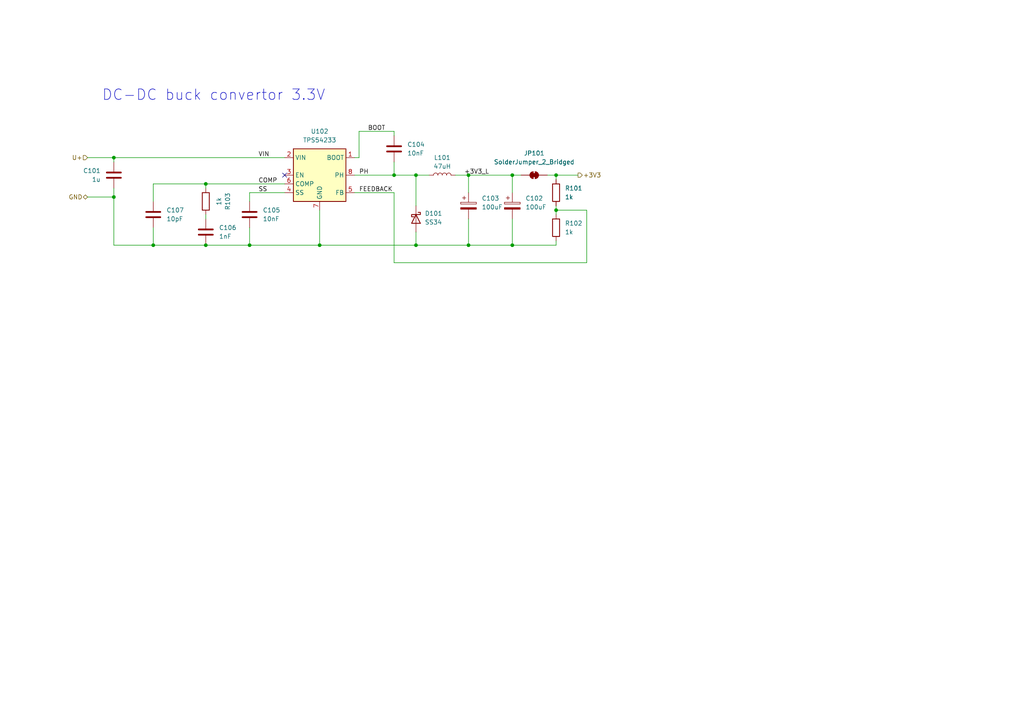
<source format=kicad_sch>
(kicad_sch (version 20231120) (generator "eeschema") (generator_version "8.0")
  (paper "A4")
  (title_block (title "xDuinoRail - LocDecoder - Development Kit") (date "2024-10-09") (rev "v0.2") (company "Chatelain Engineering, Bern - CH"))
  (lib_symbols
    (symbol "Device:C" (pin_numbers hide) (pin_names (offset 0.254))
      (property "Reference" "C" (at 0.635 2.54 0))
      (property "Value" "C" (at 0.635 -2.54 0))
      (symbol "C_0_1"
        (polyline (pts (xy -2.032 -0.762) (xy 2.032 -0.762)) (stroke (width 0.508)))
        (polyline (pts (xy -2.032 0.762) (xy 2.032 0.762)) (stroke (width 0.508)))
      )
      (symbol "C_1_1"
        (pin passive line (at 0 3.81 270) (length 2.794) (name "~") (number "1"))
        (pin passive line (at 0 -3.81 90) (length 2.794) (name "~") (number "2"))
      )
    )
    (symbol "Device:C_Polarized" (pin_numbers hide) (pin_names (offset 0.254))
      (property "Reference" "C" (at 0.635 2.54 0))
      (property "Value" "C_Polarized" (at 0.635 -2.54 0))
      (symbol "C_Polarized_0_1"
        (rectangle (start -2.286 0.508) (end 2.286 1.016))
        (polyline (pts (xy -1.778 2.286) (xy -0.762 2.286)))
        (polyline (pts (xy -1.27 2.794) (xy -1.27 1.778)))
        (rectangle (start 2.286 -0.508) (end -2.286 -1.016) (fill (type outline)))
      )
      (symbol "C_Polarized_1_1"
        (pin passive line (at 0 3.81 270) (length 2.794) (name "~") (number "1"))
        (pin passive line (at 0 -3.81 90) (length 2.794) (name "~") (number "2"))
      )
    )
    (symbol "Device:D_Schottky" (pin_numbers hide) (pin_names (offset 1.016) hide)
      (property "Reference" "D" (at 0 2.54 0))
      (property "Value" "D_Schottky" (at 0 -2.54 0))
      (symbol "D_Schottky_0_1"
        (polyline (pts (xy 1.27 0) (xy -1.27 0)))
        (polyline (pts (xy 1.27 1.27) (xy 1.27 -1.27) (xy -1.27 0) (xy 1.27 1.27)) (stroke (width 0.254)))
        (polyline (pts (xy -1.905 0.635) (xy -1.905 1.27) (xy -1.27 1.27) (xy -1.27 -1.27) (xy -0.635 -1.27) (xy -0.635 -0.635)) (stroke (width 0.254)))
      )
      (symbol "D_Schottky_1_1"
        (pin passive line (at -3.81 0 0) (length 2.54) (name "K") (number "1"))
        (pin passive line (at 3.81 0 180) (length 2.54) (name "A") (number "2"))
      )
    )
    (symbol "Device:L" (pin_numbers hide) (pin_names (offset 1.016) hide)
      (property "Reference" "L" (at -1.27 0 90))
      (property "Value" "L" (at 1.905 0 90))
      (symbol "L_0_1"
        (arc (start 0 -2.54) (mid 0.6323 -1.905) (end 0 -1.27))
        (arc (start 0 -1.27) (mid 0.6323 -0.635) (end 0 0))
        (arc (start 0 0) (mid 0.6323 0.635) (end 0 1.27))
        (arc (start 0 1.27) (mid 0.6323 1.905) (end 0 2.54))
      )
      (symbol "L_1_1"
        (pin passive line (at 0 3.81 270) (length 1.27) (name "1") (number "1"))
        (pin passive line (at 0 -3.81 90) (length 1.27) (name "2") (number "2"))
      )
    )
    (symbol "Device:R" (pin_numbers hide) (pin_names (offset 0))
      (property "Reference" "R" (at 2.032 0 90))
      (property "Value" "R" (at 0 0 90))
      (symbol "R_0_1"
        (rectangle (start -1.016 -2.54) (end 1.016 2.54) (stroke (width 0.254)))
      )
      (symbol "R_1_1"
        (pin passive line (at 0 3.81 270) (length 1.27) (name "~") (number "1"))
        (pin passive line (at 0 -3.81 90) (length 1.27) (name "~") (number "2"))
      )
    )
    (symbol "Jumper:SolderJumper_2_Bridged" (pin_numbers hide) (pin_names (offset 0) hide) (exclude_from_sim yes) (in_bom no)
      (property "Reference" "JP" (at 0 2.032 0))
      (property "Value" "SolderJumper_2_Bridged" (at 0 -2.54 0))
      (symbol "SolderJumper_2_Bridged_0_1"
        (rectangle (start -0.508 0.508) (end 0.508 -0.508) (fill (type outline)))
        (arc (start -0.254 1.016) (mid -1.2656 0) (end -0.254 -1.016))
        (arc (start -0.254 1.016) (mid -1.2656 0) (end -0.254 -1.016) (fill (type outline)))
        (polyline (pts (xy -0.254 1.016) (xy -0.254 -1.016)))
        (polyline (pts (xy 0.254 1.016) (xy 0.254 -1.016)))
        (arc (start 0.254 -1.016) (mid 1.2656 0) (end 0.254 1.016))
        (arc (start 0.254 -1.016) (mid 1.2656 0) (end 0.254 1.016) (fill (type outline)))
      )
      (symbol "SolderJumper_2_Bridged_1_1"
        (pin passive line (at -3.81 0 0) (length 2.54) (name "A") (number "1"))
        (pin passive line (at 3.81 0 180) (length 2.54) (name "B") (number "2"))
      )
    )
    (symbol "Regulator_Switching:TPS54233"
      (property "Reference" "U" (at 0 11.43 0))
      (property "Value" "TPS54233" (at 0 8.89 0))
      (symbol "TPS54233_1_1"
        (rectangle (start -7.62 7.62) (end 7.62 -7.62) (stroke (width 0.254)) (fill (type background)))
        (pin input line (at 10.16 5.08 180) (length 2.54) (name "BOOT") (number "1"))
        (pin power_in line (at -10.16 5.08 0) (length 2.54) (name "VIN") (number "2"))
        (pin input line (at -10.16 0 0) (length 2.54) (name "EN") (number "3"))
        (pin input line (at -10.16 -5.08 0) (length 2.54) (name "SS") (number "4"))
        (pin input line (at 10.16 -5.08 180) (length 2.54) (name "FB") (number "5"))
        (pin passive line (at -10.16 -2.54 0) (length 2.54) (name "COMP") (number "6"))
        (pin power_in line (at 0 -10.16 90) (length 2.54) (name "GND") (number "7"))
        (pin output line (at 10.16 0 180) (length 2.54) (name "PH") (number "8"))
      )
    )
  )
  (junction (at 114.3 50.8))
  (junction (at 44.45 71.12))
  (junction (at 59.69 53.34))
  (junction (at 135.89 50.8))
  (junction (at 92.71 71.12))
  (junction (at 148.59 50.8))
  (junction (at 135.89 71.12))
  (junction (at 33.02 57.15))
  (junction (at 120.65 71.12))
  (junction (at 59.69 71.12))
  (junction (at 120.65 50.8))
  (junction (at 33.02 45.72))
  (junction (at 72.39 71.12))
  (junction (at 148.59 71.12))
  (junction (at 161.29 60.96))
  (junction (at 161.29 50.8))
  (no_connect (at 82.55 50.8))
  (wire (pts (xy 104.14 45.72) (xy 104.14 38.1)))
  (wire (pts (xy 161.29 52.07) (xy 161.29 50.8)))
  (wire (pts (xy 25.4 57.15) (xy 33.02 57.15)))
  (wire (pts (xy 59.69 71.12) (xy 72.39 71.12)))
  (wire (pts (xy 33.02 71.12) (xy 44.45 71.12)))
  (wire (pts (xy 114.3 50.8) (xy 120.65 50.8)))
  (wire (pts (xy 170.18 76.2) (xy 170.18 60.96)))
  (wire (pts (xy 102.87 55.88) (xy 114.3 55.88)))
  (wire (pts (xy 59.69 54.61) (xy 59.69 53.34)))
  (wire (pts (xy 102.87 50.8) (xy 114.3 50.8)))
  (wire (pts (xy 148.59 50.8) (xy 151.13 50.8)))
  (wire (pts (xy 158.75 50.8) (xy 161.29 50.8)))
  (wire (pts (xy 44.45 66.04) (xy 44.45 71.12)))
  (wire (pts (xy 33.02 45.72) (xy 82.55 45.72)))
  (wire (pts (xy 114.3 38.1) (xy 114.3 39.37)))
  (wire (pts (xy 72.39 55.88) (xy 82.55 55.88)))
  (wire (pts (xy 148.59 63.5) (xy 148.59 71.12)))
  (wire (pts (xy 25.4 45.72) (xy 33.02 45.72)))
  (wire (pts (xy 44.45 53.34) (xy 59.69 53.34)))
  (wire (pts (xy 120.65 67.31) (xy 120.65 71.12)))
  (wire (pts (xy 33.02 54.61) (xy 33.02 57.15)))
  (wire (pts (xy 72.39 58.42) (xy 72.39 55.88)))
  (wire (pts (xy 104.14 38.1) (xy 114.3 38.1)))
  (wire (pts (xy 161.29 50.8) (xy 167.64 50.8)))
  (wire (pts (xy 72.39 71.12) (xy 92.71 71.12)))
  (wire (pts (xy 44.45 71.12) (xy 59.69 71.12)))
  (wire (pts (xy 59.69 53.34) (xy 82.55 53.34)))
  (wire (pts (xy 33.02 46.99) (xy 33.02 45.72)))
  (wire (pts (xy 161.29 60.96) (xy 161.29 62.23)))
  (wire (pts (xy 59.69 62.23) (xy 59.69 63.5)))
  (wire (pts (xy 161.29 60.96) (xy 170.18 60.96)))
  (wire (pts (xy 161.29 69.85) (xy 161.29 71.12)))
  (wire (pts (xy 120.65 50.8) (xy 120.65 59.69)))
  (wire (pts (xy 33.02 57.15) (xy 33.02 71.12)))
  (wire (pts (xy 135.89 63.5) (xy 135.89 71.12)))
  (wire (pts (xy 104.14 45.72) (xy 102.87 45.72)))
  (wire (pts (xy 148.59 71.12) (xy 161.29 71.12)))
  (wire (pts (xy 148.59 50.8) (xy 148.59 55.88)))
  (wire (pts (xy 114.3 46.99) (xy 114.3 50.8)))
  (wire (pts (xy 135.89 50.8) (xy 135.89 55.88)))
  (wire (pts (xy 114.3 55.88) (xy 114.3 76.2)))
  (wire (pts (xy 92.71 71.12) (xy 120.65 71.12)))
  (wire (pts (xy 132.08 50.8) (xy 135.89 50.8)))
  (wire (pts (xy 44.45 53.34) (xy 44.45 58.42)))
  (wire (pts (xy 161.29 59.69) (xy 161.29 60.96)))
  (wire (pts (xy 72.39 66.04) (xy 72.39 71.12)))
  (wire (pts (xy 120.65 50.8) (xy 124.46 50.8)))
  (wire (pts (xy 135.89 71.12) (xy 120.65 71.12)))
  (wire (pts (xy 135.89 71.12) (xy 148.59 71.12)))
  (wire (pts (xy 92.71 60.96) (xy 92.71 71.12)))
  (wire (pts (xy 135.89 50.8) (xy 148.59 50.8)))
  (wire (pts (xy 114.3 76.2) (xy 170.18 76.2)))
  (text "DC-DC buck convertor 3.3V\n" (at 61.976 27.686 0) (effects (font (size 3.048 3.048))))
  (label "FEEDBACK" (at 104.14 55.88 0))
  (label "PH" (at 104.14 50.8 0))
  (label "VIN" (at 74.93 45.72 0))
  (label "+3V3_L" (at 134.62 50.8 0))
  (label "COMP" (at 74.93 53.34 0))
  (label "SS" (at 74.93 55.88 0))
  (label "BOOT" (at 106.68 38.1 0))
  (hierarchical_label "GND" (shape bidirectional) (at 25.4 57.15 180))
  (hierarchical_label "+3V3" (shape output) (at 167.64 50.8 0))
  (hierarchical_label "U+" (shape input) (at 25.4 45.72 180))
  (symbol (lib_id "Device:C_Polarized") (at 135.89 59.69 0) (unit 1)
    (property "Reference" "C103" (at 139.7 57.5309 0) (effects (justify left)))
    (property "Value" "100uF" (at 139.7 60.0709 0) (effects (justify left)))
    (property "Footprint" "Capacitor_SMD:C_1206_3216Metric_Pad1.33x1.80mm_HandSolder" (effects (hide yes)))
    (property "Description" "Polarized capacitor" (effects (hide yes)))
    (property "Sim.Device" "C" (effects (hide yes)))
    (property "Sim.Pins" "1=+ 2=-" (effects (hide yes)))
    (property "OLI_ID" "100uf_1206" (effects (hide yes)))
  )
  (symbol (lib_id "Device:C_Polarized") (at 148.59 59.69 0) (unit 1)
    (property "Reference" "C102" (at 152.4 57.5309 0) (effects (justify left)))
    (property "Value" "100uF" (at 152.4 60.0709 0) (effects (justify left)))
    (property "Footprint" "Capacitor_SMD:C_1206_3216Metric_Pad1.33x1.80mm_HandSolder" (effects (hide yes)))
    (property "Description" "Polarized capacitor" (effects (hide yes)))
    (property "Sim.Device" "C" (effects (hide yes)))
    (property "Sim.Pins" "1=+ 2=-" (effects (hide yes)))
    (property "OLI_ID" "100uf_1206" (effects (hide yes)))
  )
  (symbol (lib_id "Device:C") (at 114.3 43.18 0) (unit 1)
    (property "Reference" "C104" (at 118.11 41.91 0) (effects (justify left)))
    (property "Value" "10nF" (at 118.11 44.45 0) (effects (justify left)))
    (property "Footprint" "Capacitor_SMD:C_0603_1608Metric_Pad1.08x0.95mm_HandSolder" (effects (hide yes)))
    (property "Description" "Unpolarized capacitor" (effects (hide yes)))
    (property "Sim.Device" "C" (effects (hide yes)))
    (property "Sim.Pins" "1=+ 2=-" (effects (hide yes)))
    (property "OLI_ID" "1uF_0402" (effects (hide yes)))
  )
  (symbol (lib_id "Device:R") (at 161.29 66.04 0) (unit 1)
    (property "Reference" "R102" (at 163.83 64.7699 0) (effects (justify left)))
    (property "Value" "1k" (at 163.83 67.3099 0) (effects (justify left)))
    (property "Footprint" "Resistor_SMD:R_0805_2012Metric_Pad1.20x1.40mm_HandSolder" (effects (hide yes)))
    (property "Description" "Resistor" (effects (hide yes)))
  )
  (symbol (lib_id "Regulator_Switching:TPS54233") (at 92.71 50.8 0) (unit 1)
    (property "Reference" "U102" (at 92.71 38.1 0))
    (property "Value" "TPS54233" (at 92.71 40.64 0))
    (property "Footprint" "Package_SO:TI_SO-PowerPAD-8_ThermalVias" (effects (hide yes)))
    (property "Datasheet" "http://www.ti.com/lit/ds/symlink/tps54233.pdf" (effects (hide yes)))
    (property "Description" "2A, Step Down DC-DC Converter with Eco-mode, 3.5-28V Input Voltage, SO-8" (effects (hide yes)))
  )
  (symbol (lib_id "Jumper:SolderJumper_2_Bridged") (at 154.94 50.8 0) (unit 1) (exclude_from_sim yes) (in_bom no)
    (property "Reference" "JP101" (at 154.94 44.45 0))
    (property "Value" "SolderJumper_2_Bridged" (at 154.94 46.99 0))
    (property "Footprint" "Jumper:SolderJumper-2_P1.3mm_Bridged2Bar_RoundedPad1.0x1.5mm" (effects (hide yes)))
    (property "Description" "Solder Jumper, 2-pole, closed/bridged" (effects (hide yes)))
  )
  (symbol (lib_id "Device:C") (at 44.45 62.23 0) (unit 1)
    (property "Reference" "C107" (at 48.26 60.96 0) (effects (justify left)))
    (property "Value" "10pF" (at 48.26 63.5 0) (effects (justify left)))
    (property "Footprint" "Capacitor_SMD:C_0603_1608Metric_Pad1.08x0.95mm_HandSolder" (effects (hide yes)))
    (property "Description" "Unpolarized capacitor" (effects (hide yes)))
    (property "Sim.Device" "C" (effects (hide yes)))
    (property "Sim.Pins" "1=+ 2=-" (effects (hide yes)))
    (property "OLI_ID" "1uF_0402" (effects (hide yes)))
  )
  (symbol (lib_id "Device:R") (at 161.29 55.88 0) (unit 1)
    (property "Reference" "R101" (at 163.83 54.6099 0) (effects (justify left)))
    (property "Value" "1k" (at 163.83 57.1499 0) (effects (justify left)))
    (property "Footprint" "Resistor_SMD:R_0805_2012Metric_Pad1.20x1.40mm_HandSolder" (effects (hide yes)))
    (property "Description" "Resistor" (effects (hide yes)))
  )
  (symbol (lib_id "Device:C") (at 72.39 62.23 0) (unit 1)
    (property "Reference" "C105" (at 76.2 60.96 0) (effects (justify left)))
    (property "Value" "10nF" (at 76.2 63.5 0) (effects (justify left)))
    (property "Footprint" "Capacitor_SMD:C_0603_1608Metric_Pad1.08x0.95mm_HandSolder" (effects (hide yes)))
    (property "Description" "Unpolarized capacitor" (effects (hide yes)))
    (property "Sim.Device" "C" (effects (hide yes)))
    (property "Sim.Pins" "1=+ 2=-" (effects (hide yes)))
    (property "OLI_ID" "1uF_0402" (effects (hide yes)))
  )
  (symbol (lib_id "Device:R") (at 59.69 58.42 0) (mirror x) (unit 1)
    (property "Reference" "R103" (at 66.04 58.42 90))
    (property "Value" "1k" (at 63.5 58.42 90))
    (property "Footprint" "Resistor_SMD:R_0805_2012Metric_Pad1.20x1.40mm_HandSolder" (effects (hide yes)))
    (property "Description" "Resistor" (effects (hide yes)))
  )
  (symbol (lib_id "Device:C") (at 33.02 50.8 0) (mirror y) (unit 1)
    (property "Reference" "C101" (at 29.21 49.53 0) (effects (justify left)))
    (property "Value" "1u" (at 29.21 52.07 0) (effects (justify left)))
    (property "Footprint" "Capacitor_SMD:C_0603_1608Metric_Pad1.08x0.95mm_HandSolder" (effects (hide yes)))
    (property "Description" "Unpolarized capacitor" (effects (hide yes)))
    (property "Sim.Device" "C" (effects (hide yes)))
    (property "Sim.Pins" "1=+ 2=-" (effects (hide yes)))
    (property "OLI_ID" "1uF_0402" (effects (hide yes)))
  )
  (symbol (lib_id "Device:C") (at 59.69 67.31 0) (unit 1)
    (property "Reference" "C106" (at 63.5 66.04 0) (effects (justify left)))
    (property "Value" "1nF" (at 63.5 68.58 0) (effects (justify left)))
    (property "Footprint" "Capacitor_SMD:C_0603_1608Metric_Pad1.08x0.95mm_HandSolder" (effects (hide yes)))
    (property "Description" "Unpolarized capacitor" (effects (hide yes)))
    (property "Sim.Device" "C" (effects (hide yes)))
    (property "Sim.Pins" "1=+ 2=-" (effects (hide yes)))
    (property "OLI_ID" "1uF_0402" (effects (hide yes)))
  )
  (symbol (lib_id "Device:D_Schottky") (at 120.65 63.5 270) (unit 1)
    (property "Reference" "D101" (at 123.19 61.9124 90) (effects (justify left)))
    (property "Value" "SS34" (at 123.19 64.4524 90) (effects (justify left)))
    (property "Footprint" "Diode_SMD:D_SMA" (effects (hide yes)))
    (property "Description" "Schottky diode" (effects (hide yes)))
    (property "OLI_ID" "SS34_SMA" (effects (hide yes)))
  )
  (symbol (lib_id "Device:L") (at 128.27 50.8 90) (unit 1)
    (property "Reference" "L101" (at 128.27 45.72 90))
    (property "Value" "47uH" (at 128.27 48.26 90))
    (property "Footprint" "Inductor_SMD:L_12x12mm_H4.5mm" (effects (hide yes)))
    (property "Description" "Inductor" (effects (hide yes)))
    (property "OLI_ID" "47uH_L-12x12x8" (effects (hide yes)))
  )
)
</source>
